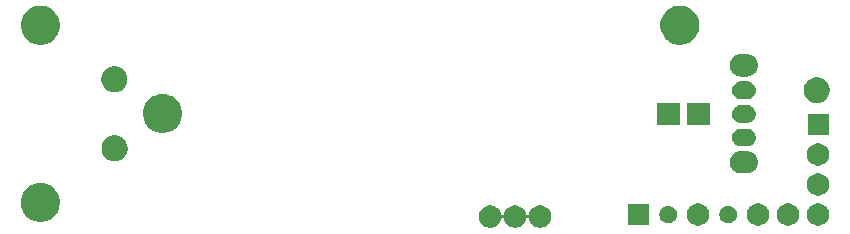
<source format=gbr>
G04 #@! TF.GenerationSoftware,KiCad,Pcbnew,5.1.0-unknown-ff73f69~82~ubuntu18.04.1*
G04 #@! TF.CreationDate,2019-03-26T22:56:15+01:00*
G04 #@! TF.ProjectId,ATI DNA-C PCB Smart PWM v3,41544920-444e-4412-9d43-205043422053,rev?*
G04 #@! TF.SameCoordinates,Original*
G04 #@! TF.FileFunction,Soldermask,Bot*
G04 #@! TF.FilePolarity,Negative*
%FSLAX46Y46*%
G04 Gerber Fmt 4.6, Leading zero omitted, Abs format (unit mm)*
G04 Created by KiCad (PCBNEW 5.1.0-unknown-ff73f69~82~ubuntu18.04.1) date 2019-03-26 22:56:15*
%MOMM*%
%LPD*%
G04 APERTURE LIST*
%ADD10C,0.100000*%
G04 APERTURE END LIST*
D10*
G36*
X176480000Y-97388000D02*
G01*
X176362000Y-97397000D01*
X176248000Y-97425000D01*
X176139000Y-97470000D01*
X176038000Y-97532000D01*
X175948000Y-97608000D01*
X175872000Y-97698000D01*
X175810000Y-97799000D01*
X175765000Y-97908000D01*
X175737000Y-98022000D01*
X175728000Y-98140000D01*
X175737000Y-98258000D01*
X175765000Y-98372000D01*
X175810000Y-98481000D01*
X175872000Y-98582000D01*
X175948000Y-98672000D01*
X176038000Y-98748000D01*
X176139000Y-98810000D01*
X176248000Y-98855000D01*
X176362000Y-98883000D01*
X176480000Y-98892000D01*
X176980000Y-98892000D01*
X177098000Y-98883000D01*
X177212000Y-98855000D01*
X177321000Y-98810000D01*
X177422000Y-98748000D01*
X177512000Y-98672000D01*
X177588000Y-98582000D01*
X177650000Y-98481000D01*
X177695000Y-98372000D01*
X177723000Y-98258000D01*
X177732000Y-98140000D01*
X177723000Y-98022000D01*
X177695000Y-97908000D01*
X177650000Y-97799000D01*
X177588000Y-97698000D01*
X177512000Y-97608000D01*
X177422000Y-97532000D01*
X177321000Y-97470000D01*
X177212000Y-97425000D01*
X177098000Y-97397000D01*
X176980000Y-97388000D01*
X176480000Y-97388000D01*
G37*
G36*
X176480000Y-99388000D02*
G01*
X176362000Y-99397000D01*
X176248000Y-99425000D01*
X176139000Y-99470000D01*
X176038000Y-99532000D01*
X175948000Y-99608000D01*
X175872000Y-99698000D01*
X175810000Y-99799000D01*
X175765000Y-99908000D01*
X175737000Y-100022000D01*
X175728000Y-100140000D01*
X175737000Y-100258000D01*
X175765000Y-100372000D01*
X175810000Y-100481000D01*
X175872000Y-100582000D01*
X175948000Y-100672000D01*
X176038000Y-100748000D01*
X176139000Y-100810000D01*
X176248000Y-100855000D01*
X176362000Y-100883000D01*
X176480000Y-100892000D01*
X176980000Y-100892000D01*
X177098000Y-100883000D01*
X177212000Y-100855000D01*
X177321000Y-100810000D01*
X177422000Y-100748000D01*
X177512000Y-100672000D01*
X177588000Y-100582000D01*
X177650000Y-100481000D01*
X177695000Y-100372000D01*
X177723000Y-100258000D01*
X177732000Y-100140000D01*
X177723000Y-100022000D01*
X177695000Y-99908000D01*
X177650000Y-99799000D01*
X177588000Y-99698000D01*
X177512000Y-99608000D01*
X177422000Y-99532000D01*
X177321000Y-99470000D01*
X177212000Y-99425000D01*
X177098000Y-99397000D01*
X176980000Y-99388000D01*
X176480000Y-99388000D01*
G37*
G36*
X176480000Y-101388000D02*
G01*
X176362000Y-101397000D01*
X176248000Y-101425000D01*
X176139000Y-101470000D01*
X176038000Y-101532000D01*
X175948000Y-101608000D01*
X175872000Y-101698000D01*
X175810000Y-101799000D01*
X175765000Y-101908000D01*
X175737000Y-102022000D01*
X175728000Y-102140000D01*
X175737000Y-102258000D01*
X175765000Y-102372000D01*
X175810000Y-102481000D01*
X175872000Y-102582000D01*
X175948000Y-102672000D01*
X176038000Y-102748000D01*
X176139000Y-102810000D01*
X176248000Y-102855000D01*
X176362000Y-102883000D01*
X176480000Y-102892000D01*
X176980000Y-102892000D01*
X177098000Y-102883000D01*
X177212000Y-102855000D01*
X177321000Y-102810000D01*
X177422000Y-102748000D01*
X177512000Y-102672000D01*
X177588000Y-102582000D01*
X177650000Y-102481000D01*
X177695000Y-102372000D01*
X177723000Y-102258000D01*
X177732000Y-102140000D01*
X177723000Y-102022000D01*
X177695000Y-101908000D01*
X177650000Y-101799000D01*
X177588000Y-101698000D01*
X177512000Y-101608000D01*
X177422000Y-101532000D01*
X177321000Y-101470000D01*
X177212000Y-101425000D01*
X177098000Y-101397000D01*
X176980000Y-101388000D01*
X176480000Y-101388000D01*
G37*
G36*
X176480000Y-95088000D02*
G01*
X176331000Y-95100000D01*
X176186000Y-95135000D01*
X176048000Y-95192000D01*
X175920000Y-95270000D01*
X175807000Y-95367000D01*
X175710000Y-95480000D01*
X175632000Y-95608000D01*
X175575000Y-95746000D01*
X175540000Y-95891000D01*
X175528000Y-96040000D01*
X175540000Y-96189000D01*
X175575000Y-96334000D01*
X175632000Y-96472000D01*
X175710000Y-96600000D01*
X175807000Y-96713000D01*
X175920000Y-96810000D01*
X176048000Y-96888000D01*
X176186000Y-96945000D01*
X176331000Y-96980000D01*
X176480000Y-96992000D01*
X176980000Y-96992000D01*
X177129000Y-96980000D01*
X177274000Y-96945000D01*
X177412000Y-96888000D01*
X177540000Y-96810000D01*
X177653000Y-96713000D01*
X177750000Y-96600000D01*
X177828000Y-96472000D01*
X177885000Y-96334000D01*
X177920000Y-96189000D01*
X177932000Y-96040000D01*
X177920000Y-95891000D01*
X177885000Y-95746000D01*
X177828000Y-95608000D01*
X177750000Y-95480000D01*
X177653000Y-95367000D01*
X177540000Y-95270000D01*
X177412000Y-95192000D01*
X177274000Y-95135000D01*
X177129000Y-95100000D01*
X176980000Y-95088000D01*
X176480000Y-95088000D01*
G37*
G36*
X176480000Y-103288000D02*
G01*
X176331000Y-103300000D01*
X176186000Y-103335000D01*
X176048000Y-103392000D01*
X175920000Y-103470000D01*
X175807000Y-103567000D01*
X175710000Y-103680000D01*
X175632000Y-103808000D01*
X175575000Y-103946000D01*
X175540000Y-104091000D01*
X175528000Y-104240000D01*
X175540000Y-104389000D01*
X175575000Y-104534000D01*
X175632000Y-104672000D01*
X175710000Y-104800000D01*
X175807000Y-104913000D01*
X175920000Y-105010000D01*
X176048000Y-105088000D01*
X176186000Y-105145000D01*
X176331000Y-105180000D01*
X176480000Y-105192000D01*
X176980000Y-105192000D01*
X177129000Y-105180000D01*
X177274000Y-105145000D01*
X177412000Y-105088000D01*
X177540000Y-105010000D01*
X177653000Y-104913000D01*
X177750000Y-104800000D01*
X177828000Y-104672000D01*
X177885000Y-104534000D01*
X177920000Y-104389000D01*
X177932000Y-104240000D01*
X177920000Y-104091000D01*
X177885000Y-103946000D01*
X177828000Y-103808000D01*
X177750000Y-103680000D01*
X177653000Y-103567000D01*
X177540000Y-103470000D01*
X177412000Y-103392000D01*
X177274000Y-103335000D01*
X177129000Y-103300000D01*
X176980000Y-103288000D01*
X176480000Y-103288000D01*
G37*
G36*
X155539570Y-107928969D02*
G01*
X155712753Y-108000704D01*
X155868607Y-108104842D01*
X156001158Y-108237393D01*
X156105296Y-108393247D01*
X156177031Y-108566430D01*
X156189403Y-108628628D01*
X156196516Y-108652077D01*
X156208067Y-108673688D01*
X156223612Y-108692630D01*
X156242554Y-108708175D01*
X156264165Y-108719726D01*
X156287614Y-108726839D01*
X156312000Y-108729241D01*
X156336386Y-108726839D01*
X156359835Y-108719726D01*
X156381446Y-108708175D01*
X156400388Y-108692630D01*
X156415933Y-108673688D01*
X156427484Y-108652077D01*
X156434597Y-108628628D01*
X156446969Y-108566430D01*
X156518704Y-108393247D01*
X156622842Y-108237393D01*
X156755393Y-108104842D01*
X156911247Y-108000704D01*
X157084430Y-107928969D01*
X157268274Y-107892400D01*
X157455726Y-107892400D01*
X157639570Y-107928969D01*
X157812753Y-108000704D01*
X157968607Y-108104842D01*
X158101158Y-108237393D01*
X158205296Y-108393247D01*
X158277031Y-108566430D01*
X158289403Y-108628628D01*
X158296516Y-108652077D01*
X158308067Y-108673688D01*
X158323612Y-108692630D01*
X158342554Y-108708175D01*
X158364165Y-108719726D01*
X158387614Y-108726839D01*
X158412000Y-108729241D01*
X158436386Y-108726839D01*
X158459835Y-108719726D01*
X158481446Y-108708175D01*
X158500388Y-108692630D01*
X158515933Y-108673688D01*
X158527484Y-108652077D01*
X158534597Y-108628628D01*
X158546969Y-108566430D01*
X158618704Y-108393247D01*
X158722842Y-108237393D01*
X158855393Y-108104842D01*
X159011247Y-108000704D01*
X159184430Y-107928969D01*
X159368274Y-107892400D01*
X159555726Y-107892400D01*
X159739570Y-107928969D01*
X159912753Y-108000704D01*
X160068607Y-108104842D01*
X160201158Y-108237393D01*
X160305296Y-108393247D01*
X160377031Y-108566430D01*
X160413600Y-108750274D01*
X160413600Y-108937726D01*
X160377031Y-109121570D01*
X160305296Y-109294753D01*
X160201158Y-109450607D01*
X160068607Y-109583158D01*
X159912753Y-109687296D01*
X159739570Y-109759031D01*
X159555726Y-109795600D01*
X159368274Y-109795600D01*
X159184430Y-109759031D01*
X159011247Y-109687296D01*
X158855393Y-109583158D01*
X158722842Y-109450607D01*
X158618704Y-109294753D01*
X158546969Y-109121570D01*
X158534597Y-109059372D01*
X158527484Y-109035923D01*
X158515933Y-109014312D01*
X158500388Y-108995370D01*
X158481446Y-108979825D01*
X158459835Y-108968274D01*
X158436386Y-108961161D01*
X158412000Y-108958759D01*
X158387614Y-108961161D01*
X158364165Y-108968274D01*
X158342554Y-108979825D01*
X158323612Y-108995370D01*
X158308067Y-109014312D01*
X158296516Y-109035923D01*
X158289403Y-109059372D01*
X158277031Y-109121570D01*
X158205296Y-109294753D01*
X158101158Y-109450607D01*
X157968607Y-109583158D01*
X157812753Y-109687296D01*
X157639570Y-109759031D01*
X157455726Y-109795600D01*
X157268274Y-109795600D01*
X157084430Y-109759031D01*
X156911247Y-109687296D01*
X156755393Y-109583158D01*
X156622842Y-109450607D01*
X156518704Y-109294753D01*
X156446969Y-109121570D01*
X156434597Y-109059372D01*
X156427484Y-109035923D01*
X156415933Y-109014312D01*
X156400388Y-108995370D01*
X156381446Y-108979825D01*
X156359835Y-108968274D01*
X156336386Y-108961161D01*
X156312000Y-108958759D01*
X156287614Y-108961161D01*
X156264165Y-108968274D01*
X156242554Y-108979825D01*
X156223612Y-108995370D01*
X156208067Y-109014312D01*
X156196516Y-109035923D01*
X156189403Y-109059372D01*
X156177031Y-109121570D01*
X156105296Y-109294753D01*
X156001158Y-109450607D01*
X155868607Y-109583158D01*
X155712753Y-109687296D01*
X155539570Y-109759031D01*
X155355726Y-109795600D01*
X155168274Y-109795600D01*
X154984430Y-109759031D01*
X154811247Y-109687296D01*
X154655393Y-109583158D01*
X154522842Y-109450607D01*
X154418704Y-109294753D01*
X154346969Y-109121570D01*
X154310400Y-108937726D01*
X154310400Y-108750274D01*
X154346969Y-108566430D01*
X154418704Y-108393247D01*
X154522842Y-108237393D01*
X154655393Y-108104842D01*
X154811247Y-108000704D01*
X154984430Y-107928969D01*
X155168274Y-107892400D01*
X155355726Y-107892400D01*
X155539570Y-107928969D01*
X155539570Y-107928969D01*
G37*
G36*
X178220395Y-107753546D02*
G01*
X178393466Y-107825234D01*
X178393467Y-107825235D01*
X178549227Y-107929310D01*
X178681690Y-108061773D01*
X178710469Y-108104844D01*
X178785766Y-108217534D01*
X178857454Y-108390605D01*
X178894000Y-108574333D01*
X178894000Y-108761667D01*
X178857454Y-108945395D01*
X178785766Y-109118466D01*
X178766877Y-109146735D01*
X178681690Y-109274227D01*
X178549227Y-109406690D01*
X178483500Y-109450607D01*
X178393466Y-109510766D01*
X178220395Y-109582454D01*
X178036667Y-109619000D01*
X177849333Y-109619000D01*
X177665605Y-109582454D01*
X177492534Y-109510766D01*
X177402500Y-109450607D01*
X177336773Y-109406690D01*
X177204310Y-109274227D01*
X177119123Y-109146735D01*
X177100234Y-109118466D01*
X177028546Y-108945395D01*
X176992000Y-108761667D01*
X176992000Y-108574333D01*
X177028546Y-108390605D01*
X177100234Y-108217534D01*
X177175531Y-108104844D01*
X177204310Y-108061773D01*
X177336773Y-107929310D01*
X177492533Y-107825235D01*
X177492534Y-107825234D01*
X177665605Y-107753546D01*
X177849333Y-107717000D01*
X178036667Y-107717000D01*
X178220395Y-107753546D01*
X178220395Y-107753546D01*
G37*
G36*
X173140395Y-107753546D02*
G01*
X173313466Y-107825234D01*
X173313467Y-107825235D01*
X173469227Y-107929310D01*
X173601690Y-108061773D01*
X173630469Y-108104844D01*
X173705766Y-108217534D01*
X173777454Y-108390605D01*
X173814000Y-108574333D01*
X173814000Y-108761667D01*
X173777454Y-108945395D01*
X173705766Y-109118466D01*
X173686877Y-109146735D01*
X173601690Y-109274227D01*
X173469227Y-109406690D01*
X173403500Y-109450607D01*
X173313466Y-109510766D01*
X173140395Y-109582454D01*
X172956667Y-109619000D01*
X172769333Y-109619000D01*
X172585605Y-109582454D01*
X172412534Y-109510766D01*
X172322500Y-109450607D01*
X172256773Y-109406690D01*
X172124310Y-109274227D01*
X172039123Y-109146735D01*
X172020234Y-109118466D01*
X171948546Y-108945395D01*
X171912000Y-108761667D01*
X171912000Y-108574333D01*
X171948546Y-108390605D01*
X172020234Y-108217534D01*
X172095531Y-108104844D01*
X172124310Y-108061773D01*
X172256773Y-107929310D01*
X172412533Y-107825235D01*
X172412534Y-107825234D01*
X172585605Y-107753546D01*
X172769333Y-107717000D01*
X172956667Y-107717000D01*
X173140395Y-107753546D01*
X173140395Y-107753546D01*
G37*
G36*
X183300395Y-107753546D02*
G01*
X183473466Y-107825234D01*
X183473467Y-107825235D01*
X183629227Y-107929310D01*
X183761690Y-108061773D01*
X183790469Y-108104844D01*
X183865766Y-108217534D01*
X183937454Y-108390605D01*
X183974000Y-108574333D01*
X183974000Y-108761667D01*
X183937454Y-108945395D01*
X183865766Y-109118466D01*
X183846877Y-109146735D01*
X183761690Y-109274227D01*
X183629227Y-109406690D01*
X183563500Y-109450607D01*
X183473466Y-109510766D01*
X183300395Y-109582454D01*
X183116667Y-109619000D01*
X182929333Y-109619000D01*
X182745605Y-109582454D01*
X182572534Y-109510766D01*
X182482500Y-109450607D01*
X182416773Y-109406690D01*
X182284310Y-109274227D01*
X182199123Y-109146735D01*
X182180234Y-109118466D01*
X182108546Y-108945395D01*
X182072000Y-108761667D01*
X182072000Y-108574333D01*
X182108546Y-108390605D01*
X182180234Y-108217534D01*
X182255531Y-108104844D01*
X182284310Y-108061773D01*
X182416773Y-107929310D01*
X182572533Y-107825235D01*
X182572534Y-107825234D01*
X182745605Y-107753546D01*
X182929333Y-107717000D01*
X183116667Y-107717000D01*
X183300395Y-107753546D01*
X183300395Y-107753546D01*
G37*
G36*
X180760395Y-107753546D02*
G01*
X180933466Y-107825234D01*
X180933467Y-107825235D01*
X181089227Y-107929310D01*
X181221690Y-108061773D01*
X181250469Y-108104844D01*
X181325766Y-108217534D01*
X181397454Y-108390605D01*
X181434000Y-108574333D01*
X181434000Y-108761667D01*
X181397454Y-108945395D01*
X181325766Y-109118466D01*
X181306877Y-109146735D01*
X181221690Y-109274227D01*
X181089227Y-109406690D01*
X181023500Y-109450607D01*
X180933466Y-109510766D01*
X180760395Y-109582454D01*
X180576667Y-109619000D01*
X180389333Y-109619000D01*
X180205605Y-109582454D01*
X180032534Y-109510766D01*
X179942500Y-109450607D01*
X179876773Y-109406690D01*
X179744310Y-109274227D01*
X179659123Y-109146735D01*
X179640234Y-109118466D01*
X179568546Y-108945395D01*
X179532000Y-108761667D01*
X179532000Y-108574333D01*
X179568546Y-108390605D01*
X179640234Y-108217534D01*
X179715531Y-108104844D01*
X179744310Y-108061773D01*
X179876773Y-107929310D01*
X180032533Y-107825235D01*
X180032534Y-107825234D01*
X180205605Y-107753546D01*
X180389333Y-107717000D01*
X180576667Y-107717000D01*
X180760395Y-107753546D01*
X180760395Y-107753546D01*
G37*
G36*
X168684000Y-109569000D02*
G01*
X166882000Y-109569000D01*
X166882000Y-107767000D01*
X168684000Y-107767000D01*
X168684000Y-109569000D01*
X168684000Y-109569000D01*
G37*
G36*
X170542059Y-107945860D02*
G01*
X170674462Y-108000703D01*
X170678732Y-108002472D01*
X170801735Y-108084660D01*
X170906340Y-108189265D01*
X170988528Y-108312268D01*
X171045140Y-108448941D01*
X171074000Y-108594033D01*
X171074000Y-108741967D01*
X171045140Y-108887059D01*
X170988528Y-109023732D01*
X170906340Y-109146735D01*
X170801735Y-109251340D01*
X170678732Y-109333528D01*
X170678731Y-109333529D01*
X170678730Y-109333529D01*
X170542059Y-109390140D01*
X170396968Y-109419000D01*
X170249032Y-109419000D01*
X170103941Y-109390140D01*
X169967270Y-109333529D01*
X169967269Y-109333529D01*
X169967268Y-109333528D01*
X169844265Y-109251340D01*
X169739660Y-109146735D01*
X169657472Y-109023732D01*
X169600860Y-108887059D01*
X169572000Y-108741967D01*
X169572000Y-108594033D01*
X169600860Y-108448941D01*
X169657472Y-108312268D01*
X169739660Y-108189265D01*
X169844265Y-108084660D01*
X169967268Y-108002472D01*
X169971539Y-108000703D01*
X170103941Y-107945860D01*
X170249032Y-107917000D01*
X170396968Y-107917000D01*
X170542059Y-107945860D01*
X170542059Y-107945860D01*
G37*
G36*
X175622059Y-107945860D02*
G01*
X175754462Y-108000703D01*
X175758732Y-108002472D01*
X175881735Y-108084660D01*
X175986340Y-108189265D01*
X176068528Y-108312268D01*
X176125140Y-108448941D01*
X176154000Y-108594033D01*
X176154000Y-108741967D01*
X176125140Y-108887059D01*
X176068528Y-109023732D01*
X175986340Y-109146735D01*
X175881735Y-109251340D01*
X175758732Y-109333528D01*
X175758731Y-109333529D01*
X175758730Y-109333529D01*
X175622059Y-109390140D01*
X175476968Y-109419000D01*
X175329032Y-109419000D01*
X175183941Y-109390140D01*
X175047270Y-109333529D01*
X175047269Y-109333529D01*
X175047268Y-109333528D01*
X174924265Y-109251340D01*
X174819660Y-109146735D01*
X174737472Y-109023732D01*
X174680860Y-108887059D01*
X174652000Y-108741967D01*
X174652000Y-108594033D01*
X174680860Y-108448941D01*
X174737472Y-108312268D01*
X174819660Y-108189265D01*
X174924265Y-108084660D01*
X175047268Y-108002472D01*
X175051539Y-108000703D01*
X175183941Y-107945860D01*
X175329032Y-107917000D01*
X175476968Y-107917000D01*
X175622059Y-107945860D01*
X175622059Y-107945860D01*
G37*
G36*
X117539404Y-106034333D02*
G01*
X117650579Y-106056447D01*
X117951042Y-106180903D01*
X118221451Y-106361585D01*
X118451415Y-106591549D01*
X118632097Y-106861958D01*
X118632098Y-106861960D01*
X118668550Y-106949963D01*
X118706861Y-107042453D01*
X118756553Y-107162422D01*
X118820000Y-107481389D01*
X118820000Y-107806611D01*
X118777702Y-108019256D01*
X118756553Y-108125579D01*
X118632097Y-108426042D01*
X118451415Y-108696451D01*
X118221451Y-108926415D01*
X117951042Y-109107097D01*
X117951041Y-109107098D01*
X117951040Y-109107098D01*
X117916101Y-109121570D01*
X117650579Y-109231553D01*
X117551103Y-109251340D01*
X117331611Y-109295000D01*
X117006389Y-109295000D01*
X116786897Y-109251340D01*
X116687421Y-109231553D01*
X116421899Y-109121570D01*
X116386960Y-109107098D01*
X116386959Y-109107098D01*
X116386958Y-109107097D01*
X116116549Y-108926415D01*
X115886585Y-108696451D01*
X115705903Y-108426042D01*
X115581447Y-108125579D01*
X115560298Y-108019256D01*
X115518000Y-107806611D01*
X115518000Y-107481389D01*
X115581447Y-107162422D01*
X115631140Y-107042453D01*
X115669450Y-106949963D01*
X115705902Y-106861960D01*
X115705903Y-106861958D01*
X115886585Y-106591549D01*
X116116549Y-106361585D01*
X116386958Y-106180903D01*
X116687421Y-106056447D01*
X116798596Y-106034333D01*
X117006389Y-105993000D01*
X117331611Y-105993000D01*
X117539404Y-106034333D01*
X117539404Y-106034333D01*
G37*
G36*
X183300395Y-105213546D02*
G01*
X183473466Y-105285234D01*
X183473467Y-105285235D01*
X183629227Y-105389310D01*
X183761690Y-105521773D01*
X183761691Y-105521775D01*
X183865766Y-105677534D01*
X183937454Y-105850605D01*
X183974000Y-106034333D01*
X183974000Y-106221667D01*
X183937454Y-106405395D01*
X183865766Y-106578466D01*
X183865765Y-106578467D01*
X183761690Y-106734227D01*
X183629227Y-106866690D01*
X183550818Y-106919081D01*
X183473466Y-106970766D01*
X183300395Y-107042454D01*
X183116667Y-107079000D01*
X182929333Y-107079000D01*
X182745605Y-107042454D01*
X182572534Y-106970766D01*
X182495182Y-106919081D01*
X182416773Y-106866690D01*
X182284310Y-106734227D01*
X182180235Y-106578467D01*
X182180234Y-106578466D01*
X182108546Y-106405395D01*
X182072000Y-106221667D01*
X182072000Y-106034333D01*
X182108546Y-105850605D01*
X182180234Y-105677534D01*
X182284309Y-105521775D01*
X182284310Y-105521773D01*
X182416773Y-105389310D01*
X182572533Y-105285235D01*
X182572534Y-105285234D01*
X182745605Y-105213546D01*
X182929333Y-105177000D01*
X183116667Y-105177000D01*
X183300395Y-105213546D01*
X183300395Y-105213546D01*
G37*
G36*
X177007570Y-103324969D02*
G01*
X177180753Y-103396704D01*
X177336607Y-103500842D01*
X177469158Y-103633393D01*
X177573296Y-103789247D01*
X177645031Y-103962430D01*
X177681600Y-104146274D01*
X177681600Y-104333726D01*
X177645031Y-104517570D01*
X177573296Y-104690753D01*
X177469158Y-104846607D01*
X177336607Y-104979158D01*
X177180753Y-105083296D01*
X177007570Y-105155031D01*
X176823726Y-105191600D01*
X176636274Y-105191600D01*
X176452430Y-105155031D01*
X176279247Y-105083296D01*
X176123393Y-104979158D01*
X175990842Y-104846607D01*
X175886704Y-104690753D01*
X175814969Y-104517570D01*
X175778400Y-104333726D01*
X175778400Y-104146274D01*
X175814969Y-103962430D01*
X175886704Y-103789247D01*
X175990842Y-103633393D01*
X176123393Y-103500842D01*
X176279247Y-103396704D01*
X176452430Y-103324969D01*
X176636274Y-103288400D01*
X176823726Y-103288400D01*
X177007570Y-103324969D01*
X177007570Y-103324969D01*
G37*
G36*
X183300395Y-102673546D02*
G01*
X183473466Y-102745234D01*
X183473467Y-102745235D01*
X183629227Y-102849310D01*
X183761690Y-102981773D01*
X183761691Y-102981775D01*
X183865766Y-103137534D01*
X183937454Y-103310605D01*
X183974000Y-103494333D01*
X183974000Y-103681667D01*
X183937454Y-103865395D01*
X183865766Y-104038466D01*
X183864590Y-104040226D01*
X183761690Y-104194227D01*
X183629227Y-104326690D01*
X183550818Y-104379081D01*
X183473466Y-104430766D01*
X183300395Y-104502454D01*
X183116667Y-104539000D01*
X182929333Y-104539000D01*
X182745605Y-104502454D01*
X182572534Y-104430766D01*
X182495182Y-104379081D01*
X182416773Y-104326690D01*
X182284310Y-104194227D01*
X182181410Y-104040226D01*
X182180234Y-104038466D01*
X182108546Y-103865395D01*
X182072000Y-103681667D01*
X182072000Y-103494333D01*
X182108546Y-103310605D01*
X182180234Y-103137534D01*
X182284309Y-102981775D01*
X182284310Y-102981773D01*
X182416773Y-102849310D01*
X182572533Y-102745235D01*
X182572534Y-102745234D01*
X182745605Y-102673546D01*
X182929333Y-102637000D01*
X183116667Y-102637000D01*
X183300395Y-102673546D01*
X183300395Y-102673546D01*
G37*
G36*
X123771325Y-102004734D02*
G01*
X123854365Y-102039130D01*
X123971802Y-102087774D01*
X124152228Y-102208331D01*
X124305669Y-102361772D01*
X124426226Y-102542198D01*
X124509266Y-102742676D01*
X124533144Y-102862715D01*
X124551600Y-102955502D01*
X124551600Y-103172498D01*
X124509266Y-103385325D01*
X124474870Y-103468365D01*
X124426226Y-103585802D01*
X124305669Y-103766228D01*
X124152228Y-103919669D01*
X123971802Y-104040226D01*
X123854365Y-104088870D01*
X123771325Y-104123266D01*
X123664911Y-104144433D01*
X123558499Y-104165600D01*
X123341501Y-104165600D01*
X123235089Y-104144433D01*
X123128675Y-104123266D01*
X123045635Y-104088870D01*
X122928198Y-104040226D01*
X122747772Y-103919669D01*
X122594331Y-103766228D01*
X122473774Y-103585802D01*
X122425130Y-103468365D01*
X122390734Y-103385325D01*
X122348400Y-103172498D01*
X122348400Y-102955502D01*
X122366857Y-102862715D01*
X122390734Y-102742676D01*
X122473774Y-102542198D01*
X122594331Y-102361772D01*
X122747772Y-102208331D01*
X122928198Y-102087774D01*
X123045635Y-102039130D01*
X123128675Y-102004734D01*
X123341501Y-101962400D01*
X123558499Y-101962400D01*
X123771325Y-102004734D01*
X123771325Y-102004734D01*
G37*
G36*
X176949234Y-101417283D02*
G01*
X177086016Y-101473940D01*
X177209117Y-101556194D01*
X177313806Y-101660883D01*
X177396060Y-101783984D01*
X177452717Y-101920766D01*
X177481600Y-102065974D01*
X177481600Y-102214026D01*
X177452717Y-102359234D01*
X177396060Y-102496016D01*
X177313806Y-102619117D01*
X177209117Y-102723806D01*
X177086016Y-102806060D01*
X176949234Y-102862717D01*
X176804026Y-102891600D01*
X176655974Y-102891600D01*
X176510766Y-102862717D01*
X176373984Y-102806060D01*
X176250883Y-102723806D01*
X176146194Y-102619117D01*
X176063940Y-102496016D01*
X176007283Y-102359234D01*
X175978400Y-102214026D01*
X175978400Y-102065974D01*
X176007283Y-101920766D01*
X176063940Y-101783984D01*
X176146194Y-101660883D01*
X176250883Y-101556194D01*
X176373984Y-101473940D01*
X176510766Y-101417283D01*
X176655974Y-101388400D01*
X176804026Y-101388400D01*
X176949234Y-101417283D01*
X176949234Y-101417283D01*
G37*
G36*
X183924000Y-101949000D02*
G01*
X182122000Y-101949000D01*
X182122000Y-100147000D01*
X183924000Y-100147000D01*
X183924000Y-101949000D01*
X183924000Y-101949000D01*
G37*
G36*
X127890256Y-98506298D02*
G01*
X127996579Y-98527447D01*
X128209037Y-98615450D01*
X128296799Y-98651802D01*
X128297042Y-98651903D01*
X128567451Y-98832585D01*
X128797415Y-99062549D01*
X128978097Y-99332958D01*
X129102553Y-99633421D01*
X129108016Y-99660884D01*
X129159710Y-99920766D01*
X129166000Y-99952391D01*
X129166000Y-100277609D01*
X129102553Y-100596579D01*
X128978097Y-100897042D01*
X128797415Y-101167451D01*
X128567451Y-101397415D01*
X128297042Y-101578097D01*
X127996579Y-101702553D01*
X127890256Y-101723702D01*
X127677611Y-101766000D01*
X127352389Y-101766000D01*
X127139744Y-101723702D01*
X127033421Y-101702553D01*
X126732958Y-101578097D01*
X126462549Y-101397415D01*
X126232585Y-101167451D01*
X126051903Y-100897042D01*
X125927447Y-100596579D01*
X125864000Y-100277609D01*
X125864000Y-99952391D01*
X125870291Y-99920766D01*
X125921984Y-99660884D01*
X125927447Y-99633421D01*
X126051903Y-99332958D01*
X126232585Y-99062549D01*
X126462549Y-98832585D01*
X126732958Y-98651903D01*
X126733202Y-98651802D01*
X126820963Y-98615450D01*
X127033421Y-98527447D01*
X127139744Y-98506298D01*
X127352389Y-98464000D01*
X127677611Y-98464000D01*
X127890256Y-98506298D01*
X127890256Y-98506298D01*
G37*
G36*
X171291000Y-101095000D02*
G01*
X169389000Y-101095000D01*
X169389000Y-99193000D01*
X171291000Y-99193000D01*
X171291000Y-101095000D01*
X171291000Y-101095000D01*
G37*
G36*
X173831000Y-101095000D02*
G01*
X171929000Y-101095000D01*
X171929000Y-99193000D01*
X173831000Y-99193000D01*
X173831000Y-101095000D01*
X173831000Y-101095000D01*
G37*
G36*
X176949234Y-99417283D02*
G01*
X177086016Y-99473940D01*
X177209117Y-99556194D01*
X177313806Y-99660883D01*
X177396060Y-99783984D01*
X177452717Y-99920766D01*
X177481600Y-100065974D01*
X177481600Y-100214026D01*
X177452717Y-100359234D01*
X177396060Y-100496016D01*
X177313806Y-100619117D01*
X177209117Y-100723806D01*
X177086016Y-100806060D01*
X176949234Y-100862717D01*
X176804026Y-100891600D01*
X176655974Y-100891600D01*
X176510766Y-100862717D01*
X176373984Y-100806060D01*
X176250883Y-100723806D01*
X176146194Y-100619117D01*
X176063940Y-100496016D01*
X176007283Y-100359234D01*
X175978400Y-100214026D01*
X175978400Y-100065974D01*
X176007283Y-99920766D01*
X176063940Y-99783984D01*
X176146194Y-99660883D01*
X176250883Y-99556194D01*
X176373984Y-99473940D01*
X176510766Y-99417283D01*
X176655974Y-99388400D01*
X176804026Y-99388400D01*
X176949234Y-99417283D01*
X176949234Y-99417283D01*
G37*
G36*
X183112911Y-97049567D02*
G01*
X183219325Y-97070734D01*
X183276703Y-97094501D01*
X183419802Y-97153774D01*
X183600228Y-97274331D01*
X183753669Y-97427772D01*
X183874226Y-97608198D01*
X183896049Y-97660884D01*
X183947039Y-97783984D01*
X183957266Y-97808676D01*
X183999600Y-98021501D01*
X183999600Y-98238499D01*
X183957266Y-98451325D01*
X183938754Y-98496016D01*
X183874226Y-98651802D01*
X183753669Y-98832228D01*
X183600228Y-98985669D01*
X183419802Y-99106226D01*
X183302365Y-99154870D01*
X183219325Y-99189266D01*
X183112911Y-99210433D01*
X183006499Y-99231600D01*
X182789501Y-99231600D01*
X182683089Y-99210433D01*
X182576675Y-99189266D01*
X182493635Y-99154870D01*
X182376198Y-99106226D01*
X182195772Y-98985669D01*
X182042331Y-98832228D01*
X181921774Y-98651802D01*
X181857246Y-98496016D01*
X181838734Y-98451325D01*
X181796400Y-98238499D01*
X181796400Y-98021501D01*
X181838734Y-97808676D01*
X181848962Y-97783984D01*
X181899951Y-97660884D01*
X181921774Y-97608198D01*
X182042331Y-97427772D01*
X182195772Y-97274331D01*
X182376198Y-97153774D01*
X182519297Y-97094501D01*
X182576675Y-97070734D01*
X182683089Y-97049567D01*
X182789501Y-97028400D01*
X183006499Y-97028400D01*
X183112911Y-97049567D01*
X183112911Y-97049567D01*
G37*
G36*
X176949234Y-97417283D02*
G01*
X177086016Y-97473940D01*
X177209117Y-97556194D01*
X177313806Y-97660883D01*
X177396060Y-97783984D01*
X177452717Y-97920766D01*
X177481600Y-98065974D01*
X177481600Y-98214026D01*
X177452717Y-98359234D01*
X177396060Y-98496016D01*
X177313806Y-98619117D01*
X177209117Y-98723806D01*
X177086016Y-98806060D01*
X176949234Y-98862717D01*
X176804026Y-98891600D01*
X176655974Y-98891600D01*
X176510766Y-98862717D01*
X176373984Y-98806060D01*
X176250883Y-98723806D01*
X176146194Y-98619117D01*
X176063940Y-98496016D01*
X176007283Y-98359234D01*
X175978400Y-98214026D01*
X175978400Y-98065974D01*
X176007283Y-97920766D01*
X176063940Y-97783984D01*
X176146194Y-97660883D01*
X176250883Y-97556194D01*
X176373984Y-97473940D01*
X176510766Y-97417283D01*
X176655974Y-97388400D01*
X176804026Y-97388400D01*
X176949234Y-97417283D01*
X176949234Y-97417283D01*
G37*
G36*
X123660911Y-96122567D02*
G01*
X123767325Y-96143734D01*
X123850365Y-96178130D01*
X123967802Y-96226774D01*
X124148228Y-96347331D01*
X124301669Y-96500772D01*
X124422226Y-96681198D01*
X124462801Y-96779156D01*
X124505266Y-96881675D01*
X124519857Y-96955030D01*
X124547600Y-97094501D01*
X124547600Y-97311499D01*
X124505266Y-97524324D01*
X124422226Y-97724802D01*
X124301669Y-97905228D01*
X124148228Y-98058669D01*
X123967802Y-98179226D01*
X123850365Y-98227870D01*
X123767325Y-98262266D01*
X123660911Y-98283433D01*
X123554499Y-98304600D01*
X123337501Y-98304600D01*
X123231089Y-98283433D01*
X123124675Y-98262266D01*
X123041635Y-98227870D01*
X122924198Y-98179226D01*
X122743772Y-98058669D01*
X122590331Y-97905228D01*
X122469774Y-97724802D01*
X122386734Y-97524324D01*
X122344400Y-97311499D01*
X122344400Y-97094501D01*
X122372143Y-96955030D01*
X122386734Y-96881675D01*
X122429199Y-96779156D01*
X122469774Y-96681198D01*
X122590331Y-96500772D01*
X122743772Y-96347331D01*
X122924198Y-96226774D01*
X123041635Y-96178130D01*
X123124675Y-96143734D01*
X123231089Y-96122567D01*
X123337501Y-96101400D01*
X123554499Y-96101400D01*
X123660911Y-96122567D01*
X123660911Y-96122567D01*
G37*
G36*
X177007570Y-95124969D02*
G01*
X177180753Y-95196704D01*
X177336607Y-95300842D01*
X177469158Y-95433393D01*
X177573296Y-95589247D01*
X177645031Y-95762430D01*
X177681600Y-95946274D01*
X177681600Y-96133726D01*
X177645031Y-96317570D01*
X177573296Y-96490753D01*
X177469158Y-96646607D01*
X177336607Y-96779158D01*
X177180753Y-96883296D01*
X177007570Y-96955031D01*
X176823726Y-96991600D01*
X176636274Y-96991600D01*
X176452430Y-96955031D01*
X176279247Y-96883296D01*
X176123393Y-96779158D01*
X175990842Y-96646607D01*
X175886704Y-96490753D01*
X175814969Y-96317570D01*
X175778400Y-96133726D01*
X175778400Y-95946274D01*
X175814969Y-95762430D01*
X175886704Y-95589247D01*
X175990842Y-95433393D01*
X176123393Y-95300842D01*
X176279247Y-95196704D01*
X176452430Y-95124969D01*
X176636274Y-95088400D01*
X176823726Y-95088400D01*
X177007570Y-95124969D01*
X177007570Y-95124969D01*
G37*
G36*
X117544256Y-91034898D02*
G01*
X117650579Y-91056047D01*
X117951042Y-91180503D01*
X118221451Y-91361185D01*
X118451415Y-91591149D01*
X118632097Y-91861558D01*
X118756553Y-92162021D01*
X118820000Y-92480991D01*
X118820000Y-92806209D01*
X118756553Y-93125179D01*
X118632097Y-93425642D01*
X118451415Y-93696051D01*
X118221451Y-93926015D01*
X117951042Y-94106697D01*
X117650579Y-94231153D01*
X117544256Y-94252302D01*
X117331611Y-94294600D01*
X117006389Y-94294600D01*
X116793744Y-94252302D01*
X116687421Y-94231153D01*
X116386958Y-94106697D01*
X116116549Y-93926015D01*
X115886585Y-93696051D01*
X115705903Y-93425642D01*
X115581447Y-93125179D01*
X115518000Y-92806209D01*
X115518000Y-92480991D01*
X115581447Y-92162021D01*
X115705903Y-91861558D01*
X115886585Y-91591149D01*
X116116549Y-91361185D01*
X116386958Y-91180503D01*
X116687421Y-91056047D01*
X116793744Y-91034898D01*
X117006389Y-90992600D01*
X117331611Y-90992600D01*
X117544256Y-91034898D01*
X117544256Y-91034898D01*
G37*
G36*
X171684256Y-91034898D02*
G01*
X171790579Y-91056047D01*
X172091042Y-91180503D01*
X172361451Y-91361185D01*
X172591415Y-91591149D01*
X172772097Y-91861558D01*
X172896553Y-92162021D01*
X172960000Y-92480991D01*
X172960000Y-92806209D01*
X172896553Y-93125179D01*
X172772097Y-93425642D01*
X172591415Y-93696051D01*
X172361451Y-93926015D01*
X172091042Y-94106697D01*
X171790579Y-94231153D01*
X171684256Y-94252302D01*
X171471611Y-94294600D01*
X171146389Y-94294600D01*
X170933744Y-94252302D01*
X170827421Y-94231153D01*
X170526958Y-94106697D01*
X170256549Y-93926015D01*
X170026585Y-93696051D01*
X169845903Y-93425642D01*
X169721447Y-93125179D01*
X169658000Y-92806209D01*
X169658000Y-92480991D01*
X169721447Y-92162021D01*
X169845903Y-91861558D01*
X170026585Y-91591149D01*
X170256549Y-91361185D01*
X170526958Y-91180503D01*
X170827421Y-91056047D01*
X170933744Y-91034898D01*
X171146389Y-90992600D01*
X171471611Y-90992600D01*
X171684256Y-91034898D01*
X171684256Y-91034898D01*
G37*
M02*

</source>
